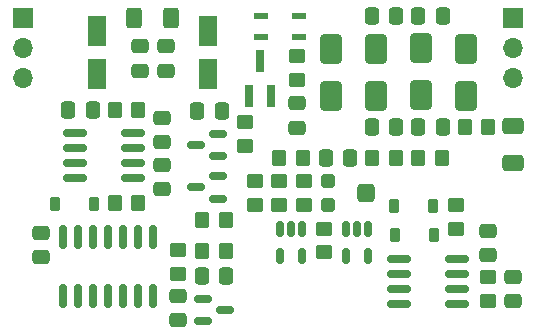
<source format=gts>
%TF.GenerationSoftware,KiCad,Pcbnew,7.0.1*%
%TF.CreationDate,2023-05-08T19:32:18+02:00*%
%TF.ProjectId,geiger_counter,67656967-6572-45f6-936f-756e7465722e,rev?*%
%TF.SameCoordinates,Original*%
%TF.FileFunction,Soldermask,Top*%
%TF.FilePolarity,Negative*%
%FSLAX46Y46*%
G04 Gerber Fmt 4.6, Leading zero omitted, Abs format (unit mm)*
G04 Created by KiCad (PCBNEW 7.0.1) date 2023-05-08 19:32:18*
%MOMM*%
%LPD*%
G01*
G04 APERTURE LIST*
G04 Aperture macros list*
%AMRoundRect*
0 Rectangle with rounded corners*
0 $1 Rounding radius*
0 $2 $3 $4 $5 $6 $7 $8 $9 X,Y pos of 4 corners*
0 Add a 4 corners polygon primitive as box body*
4,1,4,$2,$3,$4,$5,$6,$7,$8,$9,$2,$3,0*
0 Add four circle primitives for the rounded corners*
1,1,$1+$1,$2,$3*
1,1,$1+$1,$4,$5*
1,1,$1+$1,$6,$7*
1,1,$1+$1,$8,$9*
0 Add four rect primitives between the rounded corners*
20,1,$1+$1,$2,$3,$4,$5,0*
20,1,$1+$1,$4,$5,$6,$7,0*
20,1,$1+$1,$6,$7,$8,$9,0*
20,1,$1+$1,$8,$9,$2,$3,0*%
G04 Aperture macros list end*
%ADD10RoundRect,0.250000X0.475000X-0.337500X0.475000X0.337500X-0.475000X0.337500X-0.475000X-0.337500X0*%
%ADD11RoundRect,0.250000X-0.450000X0.350000X-0.450000X-0.350000X0.450000X-0.350000X0.450000X0.350000X0*%
%ADD12RoundRect,0.250000X0.350000X0.450000X-0.350000X0.450000X-0.350000X-0.450000X0.350000X-0.450000X0*%
%ADD13RoundRect,0.150000X-0.150000X0.512500X-0.150000X-0.512500X0.150000X-0.512500X0.150000X0.512500X0*%
%ADD14RoundRect,0.250000X0.450000X-0.350000X0.450000X0.350000X-0.450000X0.350000X-0.450000X-0.350000X0*%
%ADD15RoundRect,0.250000X-0.475000X0.337500X-0.475000X-0.337500X0.475000X-0.337500X0.475000X0.337500X0*%
%ADD16RoundRect,0.150000X-0.825000X-0.150000X0.825000X-0.150000X0.825000X0.150000X-0.825000X0.150000X0*%
%ADD17RoundRect,0.250000X-0.337500X-0.475000X0.337500X-0.475000X0.337500X0.475000X-0.337500X0.475000X0*%
%ADD18RoundRect,0.150000X-0.587500X-0.150000X0.587500X-0.150000X0.587500X0.150000X-0.587500X0.150000X0*%
%ADD19RoundRect,0.225000X0.225000X0.375000X-0.225000X0.375000X-0.225000X-0.375000X0.225000X-0.375000X0*%
%ADD20RoundRect,0.250000X0.650000X-1.000000X0.650000X1.000000X-0.650000X1.000000X-0.650000X-1.000000X0*%
%ADD21RoundRect,0.250000X-0.350000X-0.450000X0.350000X-0.450000X0.350000X0.450000X-0.350000X0.450000X0*%
%ADD22RoundRect,0.300000X-0.300000X0.300000X-0.300000X-0.300000X0.300000X-0.300000X0.300000X0.300000X0*%
%ADD23RoundRect,0.375000X-0.375000X0.425000X-0.375000X-0.425000X0.375000X-0.425000X0.375000X0.425000X0*%
%ADD24RoundRect,0.250000X-0.400000X-0.625000X0.400000X-0.625000X0.400000X0.625000X-0.400000X0.625000X0*%
%ADD25RoundRect,0.225000X-0.225000X-0.375000X0.225000X-0.375000X0.225000X0.375000X-0.225000X0.375000X0*%
%ADD26RoundRect,0.150000X0.150000X-0.825000X0.150000X0.825000X-0.150000X0.825000X-0.150000X-0.825000X0*%
%ADD27RoundRect,0.150000X0.587500X0.150000X-0.587500X0.150000X-0.587500X-0.150000X0.587500X-0.150000X0*%
%ADD28RoundRect,0.250000X-0.650000X1.000000X-0.650000X-1.000000X0.650000X-1.000000X0.650000X1.000000X0*%
%ADD29RoundRect,0.137500X-0.487500X-0.137500X0.487500X-0.137500X0.487500X0.137500X-0.487500X0.137500X0*%
%ADD30RoundRect,0.250000X-0.650000X0.412500X-0.650000X-0.412500X0.650000X-0.412500X0.650000X0.412500X0*%
%ADD31RoundRect,0.250000X0.337500X0.475000X-0.337500X0.475000X-0.337500X-0.475000X0.337500X-0.475000X0*%
%ADD32RoundRect,0.250000X-0.550000X1.050000X-0.550000X-1.050000X0.550000X-1.050000X0.550000X1.050000X0*%
%ADD33R,0.800000X1.900000*%
%ADD34O,1.700000X1.700000*%
%ADD35R,1.700000X1.700000*%
G04 APERTURE END LIST*
D10*
%TO.C,C19*%
X158600000Y-40962500D03*
X158600000Y-43037500D03*
%TD*%
D11*
%TO.C,R1*%
X140900000Y-38800000D03*
X140900000Y-36800000D03*
%TD*%
D12*
%TO.C,R7*%
X148800000Y-34800000D03*
X150800000Y-34800000D03*
%TD*%
D13*
%TO.C,U2*%
X148450000Y-43137500D03*
X146550000Y-43137500D03*
X146550000Y-40862500D03*
X147500000Y-40862500D03*
X148450000Y-40862500D03*
%TD*%
D14*
%TO.C,R4*%
X144700000Y-40800000D03*
X144700000Y-42800000D03*
%TD*%
D15*
%TO.C,C12*%
X120700000Y-43237500D03*
X120700000Y-41162500D03*
%TD*%
%TO.C,C20*%
X130965000Y-37472500D03*
X130965000Y-35397500D03*
%TD*%
D16*
%TO.C,U5*%
X128540000Y-32730000D03*
X128540000Y-34000000D03*
X128540000Y-35270000D03*
X128540000Y-36540000D03*
X123590000Y-36540000D03*
X123590000Y-35270000D03*
X123590000Y-34000000D03*
X123590000Y-32730000D03*
%TD*%
D17*
%TO.C,C8*%
X154737500Y-22810000D03*
X152662500Y-22810000D03*
%TD*%
D18*
%TO.C,U4*%
X136337500Y-47700000D03*
X134462500Y-48650000D03*
X134462500Y-46750000D03*
%TD*%
D19*
%TO.C,D5*%
X150600000Y-38900000D03*
X153900000Y-38900000D03*
%TD*%
D20*
%TO.C,D2*%
X149100000Y-25555000D03*
X149100000Y-29555000D03*
%TD*%
D21*
%TO.C,R8*%
X136400000Y-40100000D03*
X134400000Y-40100000D03*
%TD*%
D14*
%TO.C,R16*%
X155850000Y-38800000D03*
X155850000Y-40800000D03*
%TD*%
D21*
%TO.C,R9*%
X158600000Y-32200000D03*
X156600000Y-32200000D03*
%TD*%
D22*
%TO.C,RV1*%
X145040139Y-38765139D03*
D23*
X148290139Y-37765139D03*
D22*
X145040139Y-36765139D03*
%TD*%
D24*
%TO.C,FB1*%
X131750000Y-23000000D03*
X128650000Y-23000000D03*
%TD*%
D15*
%TO.C,C2*%
X129100000Y-27437500D03*
X129100000Y-25362500D03*
%TD*%
D11*
%TO.C,R11*%
X132300000Y-44600000D03*
X132300000Y-42600000D03*
%TD*%
D25*
%TO.C,D7*%
X154000000Y-41300000D03*
X150700000Y-41300000D03*
%TD*%
D11*
%TO.C,R2*%
X143000000Y-38800000D03*
X143000000Y-36800000D03*
%TD*%
D26*
%TO.C,U3*%
X122590000Y-41525000D03*
X123860000Y-41525000D03*
X125130000Y-41525000D03*
X126400000Y-41525000D03*
X127670000Y-41525000D03*
X128940000Y-41525000D03*
X130210000Y-41525000D03*
X130210000Y-46475000D03*
X128940000Y-46475000D03*
X127670000Y-46475000D03*
X126400000Y-46475000D03*
X125130000Y-46475000D03*
X123860000Y-46475000D03*
X122590000Y-46475000D03*
%TD*%
D25*
%TO.C,D6*%
X125215000Y-38735000D03*
X121915000Y-38735000D03*
%TD*%
D21*
%TO.C,R12*%
X136400000Y-42700000D03*
X134400000Y-42700000D03*
%TD*%
D15*
%TO.C,C15*%
X132300000Y-48537500D03*
X132300000Y-46462500D03*
%TD*%
D27*
%TO.C,Q2*%
X133825000Y-33700000D03*
X135700000Y-32750000D03*
X135700000Y-34650000D03*
%TD*%
%TO.C,Q3*%
X133825000Y-37300000D03*
X135700000Y-36350000D03*
X135700000Y-38250000D03*
%TD*%
D28*
%TO.C,D1*%
X145300000Y-29600000D03*
X145300000Y-25600000D03*
%TD*%
D29*
%TO.C,T1*%
X142600000Y-24550000D03*
X142600000Y-22800000D03*
X139400000Y-22800000D03*
X139400000Y-24550000D03*
%TD*%
D16*
%TO.C,U6*%
X155975000Y-43395000D03*
X155975000Y-44665000D03*
X155975000Y-45935000D03*
X155975000Y-47205000D03*
X151025000Y-47205000D03*
X151025000Y-45935000D03*
X151025000Y-44665000D03*
X151025000Y-43395000D03*
%TD*%
D30*
%TO.C,C14*%
X160700000Y-35262500D03*
X160700000Y-32137500D03*
%TD*%
D17*
%TO.C,C7*%
X150837500Y-32200000D03*
X148762500Y-32200000D03*
%TD*%
%TO.C,C6*%
X150837500Y-22800000D03*
X148762500Y-22800000D03*
%TD*%
D31*
%TO.C,C17*%
X134362500Y-44800000D03*
X136437500Y-44800000D03*
%TD*%
D17*
%TO.C,C10*%
X154737500Y-32200000D03*
X152662500Y-32200000D03*
%TD*%
D20*
%TO.C,D4*%
X156700000Y-25555000D03*
X156700000Y-29555000D03*
%TD*%
D32*
%TO.C,C1*%
X125500000Y-27700000D03*
X125500000Y-24100000D03*
%TD*%
D15*
%TO.C,C5*%
X142400000Y-32237500D03*
X142400000Y-30162500D03*
%TD*%
D31*
%TO.C,C9*%
X144862500Y-34800000D03*
X146937500Y-34800000D03*
%TD*%
D11*
%TO.C,R3*%
X138900000Y-38800000D03*
X138900000Y-36800000D03*
%TD*%
D14*
%TO.C,R13*%
X158600000Y-44900000D03*
X158600000Y-46900000D03*
%TD*%
D21*
%TO.C,Rs1*%
X142900000Y-34800000D03*
X140900000Y-34800000D03*
%TD*%
D28*
%TO.C,D3*%
X152900000Y-29510000D03*
X152900000Y-25510000D03*
%TD*%
D14*
%TO.C,R10*%
X138000000Y-31800000D03*
X138000000Y-33800000D03*
%TD*%
D21*
%TO.C,R15*%
X128965000Y-38600000D03*
X126965000Y-38600000D03*
%TD*%
D32*
%TO.C,C3*%
X134900000Y-27700000D03*
X134900000Y-24100000D03*
%TD*%
D11*
%TO.C,R5*%
X142400000Y-28200000D03*
X142400000Y-26200000D03*
%TD*%
D10*
%TO.C,C18*%
X160700000Y-44862500D03*
X160700000Y-46937500D03*
%TD*%
D15*
%TO.C,C4*%
X131300000Y-27437500D03*
X131300000Y-25362500D03*
%TD*%
D31*
%TO.C,C16*%
X123027500Y-30735000D03*
X125102500Y-30735000D03*
%TD*%
%TO.C,C13*%
X133962500Y-30800000D03*
X136037500Y-30800000D03*
%TD*%
D12*
%TO.C,R6*%
X152700000Y-34800000D03*
X154700000Y-34800000D03*
%TD*%
D13*
%TO.C,U1*%
X142850000Y-43137500D03*
X140950000Y-43137500D03*
X140950000Y-40862500D03*
X141900000Y-40862500D03*
X142850000Y-40862500D03*
%TD*%
D33*
%TO.C,Q1*%
X139300000Y-26600000D03*
X140250000Y-29600000D03*
X138350000Y-29600000D03*
%TD*%
D10*
%TO.C,C11*%
X130965000Y-31397500D03*
X130965000Y-33472500D03*
%TD*%
D12*
%TO.C,R14*%
X126965000Y-30735000D03*
X128965000Y-30735000D03*
%TD*%
D34*
%TO.C,J2*%
X160700000Y-28080000D03*
X160700000Y-25540000D03*
D35*
X160700000Y-23000000D03*
%TD*%
D34*
%TO.C,J1*%
X119200000Y-28080000D03*
X119200000Y-25540000D03*
D35*
X119200000Y-23000000D03*
%TD*%
M02*

</source>
